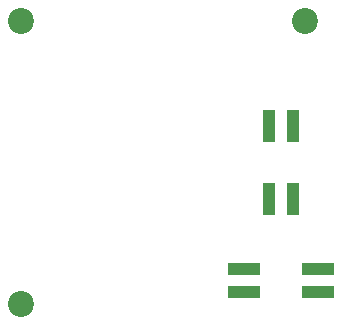
<source format=gbr>
%TF.GenerationSoftware,KiCad,Pcbnew,7.0.5.1-1-g8f565ef7f0-dirty-deb11*%
%TF.CreationDate,2023-06-03T12:37:27+00:00*%
%TF.ProjectId,pedalboard-led-ring,70656461-6c62-46f6-9172-642d6c65642d,1.0.0*%
%TF.SameCoordinates,Original*%
%TF.FileFunction,Soldermask,Bot*%
%TF.FilePolarity,Negative*%
%FSLAX46Y46*%
G04 Gerber Fmt 4.6, Leading zero omitted, Abs format (unit mm)*
G04 Created by KiCad (PCBNEW 7.0.5.1-1-g8f565ef7f0-dirty-deb11) date 2023-06-03 12:37:27*
%MOMM*%
%LPD*%
G01*
G04 APERTURE LIST*
%ADD10C,2.200000*%
%ADD11R,1.000000X2.750000*%
%ADD12R,2.750000X1.000000*%
G04 APERTURE END LIST*
D10*
%TO.C,H3*%
X68000000Y-48000000D03*
%TD*%
%TO.C,H2*%
X92000000Y-48000000D03*
%TD*%
%TO.C,H1*%
X68000000Y-72000000D03*
%TD*%
D11*
%TO.C,J1*%
X91000000Y-56875000D03*
X91000000Y-63125000D03*
X89000000Y-56875000D03*
X89000000Y-63125000D03*
%TD*%
D12*
%TO.C,J2*%
X93125000Y-71000000D03*
X86875000Y-71000000D03*
X93125000Y-69000000D03*
X86875000Y-69000000D03*
%TD*%
M02*

</source>
